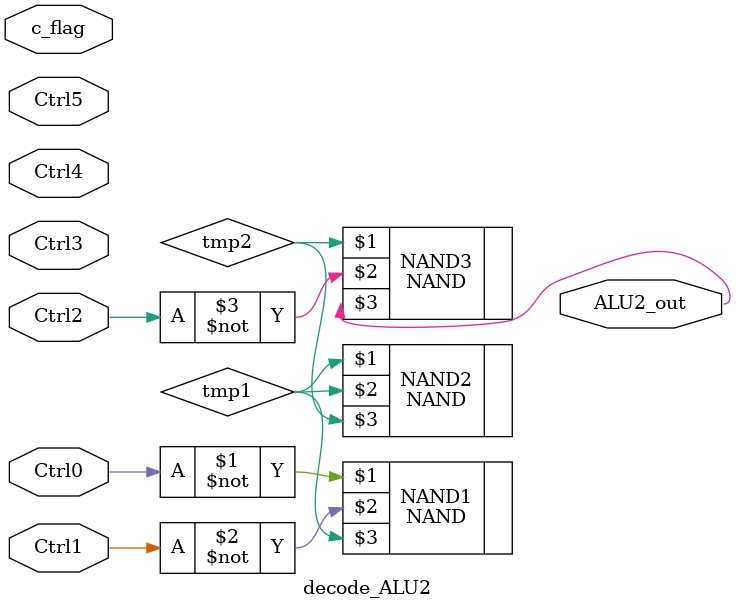
<source format=v>
module decode_ALU2(Ctrl0,Ctrl1,Ctrl2,Ctrl3,Ctrl4,Ctrl5,c_flag,ALU2_out);
    input Ctrl0,Ctrl1,Ctrl2,Ctrl3,Ctrl4,Ctrl5,c_flag;
    output ALU2_out;
    wire tmp1,tmp2;
    NAND NAND1(~Ctrl0,~Ctrl1,tmp1);
    NAND NAND2(tmp1,tmp1,tmp2);
    NAND NAND3(tmp2,~Ctrl2,ALU2_out);
endmodule
</source>
